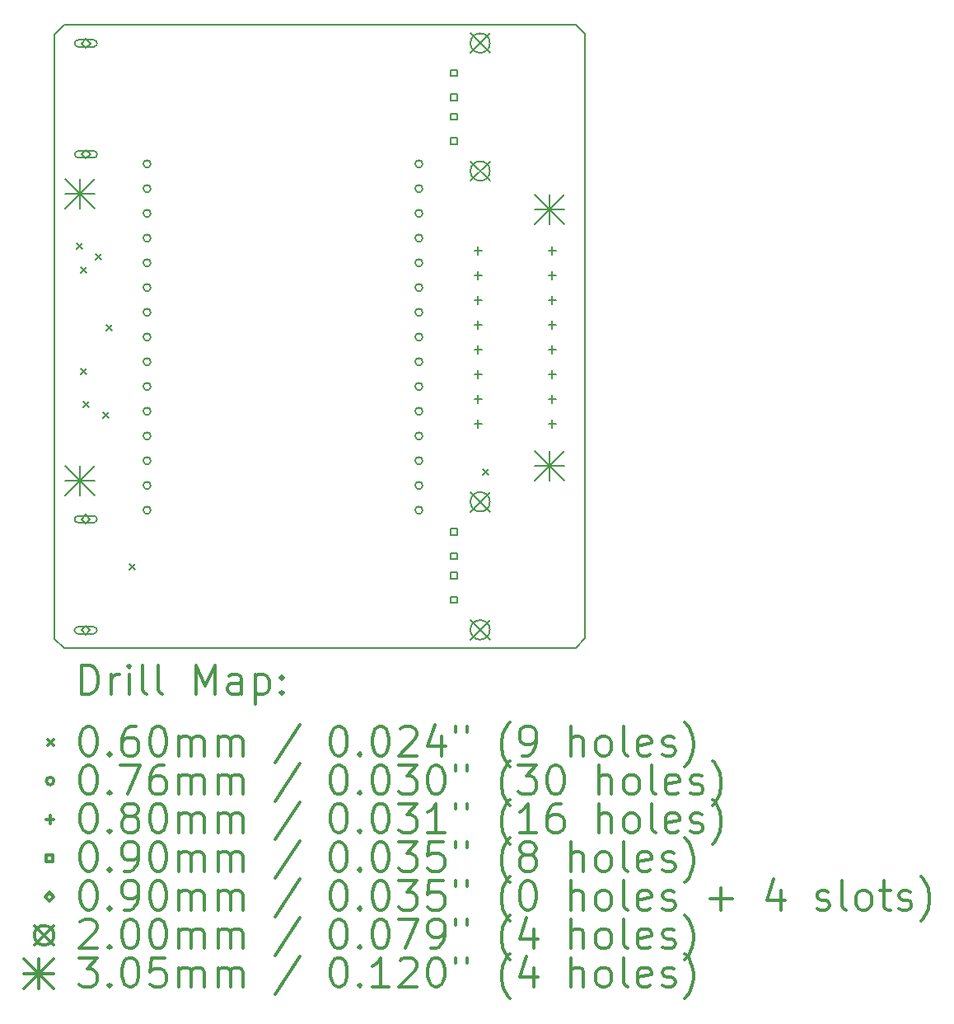
<source format=gbr>
%FSLAX45Y45*%
G04 Gerber Fmt 4.5, Leading zero omitted, Abs format (unit mm)*
G04 Created by KiCad (PCBNEW (5.0.1)-4) date 13/12/2018 19:21:13*
%MOMM*%
%LPD*%
G01*
G04 APERTURE LIST*
%ADD10C,0.150000*%
%ADD11C,0.200000*%
%ADD12C,0.300000*%
G04 APERTURE END LIST*
D10*
X11479530Y-13035280D02*
X11379200Y-12936220D01*
X16738600Y-13032740D02*
X16830040Y-12933680D01*
X16831310Y-6723380D02*
X16733520Y-6631940D01*
X11379200Y-6731000D02*
X11476990Y-6631940D01*
X11379200Y-12936220D02*
X11379200Y-6732270D01*
X16831310Y-6725920D02*
X16830040Y-12933680D01*
X11476990Y-6631940D02*
X16733520Y-6631940D01*
X11479530Y-13035280D02*
X16737330Y-13032740D01*
D11*
X11605690Y-8874700D02*
X11665690Y-8934700D01*
X11665690Y-8874700D02*
X11605690Y-8934700D01*
X11651500Y-9119590D02*
X11711500Y-9179590D01*
X11711500Y-9119590D02*
X11651500Y-9179590D01*
X11651500Y-10162970D02*
X11711500Y-10222970D01*
X11711500Y-10162970D02*
X11651500Y-10222970D01*
X11676900Y-10500340D02*
X11736900Y-10560340D01*
X11736900Y-10500340D02*
X11676900Y-10560340D01*
X11800340Y-8986040D02*
X11860340Y-9046040D01*
X11860340Y-8986040D02*
X11800340Y-9046040D01*
X11876750Y-10610220D02*
X11936750Y-10670220D01*
X11936750Y-10610220D02*
X11876750Y-10670220D01*
X11907750Y-9710810D02*
X11967750Y-9770810D01*
X11967750Y-9710810D02*
X11907750Y-9770810D01*
X12147200Y-12171060D02*
X12207200Y-12231060D01*
X12207200Y-12171060D02*
X12147200Y-12231060D01*
X15776860Y-11195630D02*
X15836860Y-11255630D01*
X15836860Y-11195630D02*
X15776860Y-11255630D01*
X12367300Y-8062000D02*
G75*
G03X12367300Y-8062000I-38100J0D01*
G01*
X12367300Y-8316000D02*
G75*
G03X12367300Y-8316000I-38100J0D01*
G01*
X12367300Y-8570000D02*
G75*
G03X12367300Y-8570000I-38100J0D01*
G01*
X12367300Y-8824000D02*
G75*
G03X12367300Y-8824000I-38100J0D01*
G01*
X12367300Y-9078000D02*
G75*
G03X12367300Y-9078000I-38100J0D01*
G01*
X12367300Y-9332000D02*
G75*
G03X12367300Y-9332000I-38100J0D01*
G01*
X12367300Y-9586000D02*
G75*
G03X12367300Y-9586000I-38100J0D01*
G01*
X12367300Y-9840000D02*
G75*
G03X12367300Y-9840000I-38100J0D01*
G01*
X12367300Y-10094000D02*
G75*
G03X12367300Y-10094000I-38100J0D01*
G01*
X12367300Y-10348000D02*
G75*
G03X12367300Y-10348000I-38100J0D01*
G01*
X12367300Y-10602000D02*
G75*
G03X12367300Y-10602000I-38100J0D01*
G01*
X12367300Y-10856000D02*
G75*
G03X12367300Y-10856000I-38100J0D01*
G01*
X12367300Y-11110000D02*
G75*
G03X12367300Y-11110000I-38100J0D01*
G01*
X12367300Y-11364000D02*
G75*
G03X12367300Y-11364000I-38100J0D01*
G01*
X12367300Y-11618000D02*
G75*
G03X12367300Y-11618000I-38100J0D01*
G01*
X15161300Y-8062000D02*
G75*
G03X15161300Y-8062000I-38100J0D01*
G01*
X15161300Y-8316000D02*
G75*
G03X15161300Y-8316000I-38100J0D01*
G01*
X15161300Y-8570000D02*
G75*
G03X15161300Y-8570000I-38100J0D01*
G01*
X15161300Y-8824000D02*
G75*
G03X15161300Y-8824000I-38100J0D01*
G01*
X15161300Y-9078000D02*
G75*
G03X15161300Y-9078000I-38100J0D01*
G01*
X15161300Y-9332000D02*
G75*
G03X15161300Y-9332000I-38100J0D01*
G01*
X15161300Y-9586000D02*
G75*
G03X15161300Y-9586000I-38100J0D01*
G01*
X15161300Y-9840000D02*
G75*
G03X15161300Y-9840000I-38100J0D01*
G01*
X15161300Y-10094000D02*
G75*
G03X15161300Y-10094000I-38100J0D01*
G01*
X15161300Y-10348000D02*
G75*
G03X15161300Y-10348000I-38100J0D01*
G01*
X15161300Y-10602000D02*
G75*
G03X15161300Y-10602000I-38100J0D01*
G01*
X15161300Y-10856000D02*
G75*
G03X15161300Y-10856000I-38100J0D01*
G01*
X15161300Y-11110000D02*
G75*
G03X15161300Y-11110000I-38100J0D01*
G01*
X15161300Y-11364000D02*
G75*
G03X15161300Y-11364000I-38100J0D01*
G01*
X15161300Y-11618000D02*
G75*
G03X15161300Y-11618000I-38100J0D01*
G01*
X15732800Y-8910960D02*
X15732800Y-8990960D01*
X15692800Y-8950960D02*
X15772800Y-8950960D01*
X15732800Y-9164960D02*
X15732800Y-9244960D01*
X15692800Y-9204960D02*
X15772800Y-9204960D01*
X15732800Y-9418960D02*
X15732800Y-9498960D01*
X15692800Y-9458960D02*
X15772800Y-9458960D01*
X15732800Y-9672960D02*
X15732800Y-9752960D01*
X15692800Y-9712960D02*
X15772800Y-9712960D01*
X15732800Y-9926960D02*
X15732800Y-10006960D01*
X15692800Y-9966960D02*
X15772800Y-9966960D01*
X15732800Y-10180960D02*
X15732800Y-10260960D01*
X15692800Y-10220960D02*
X15772800Y-10220960D01*
X15732800Y-10434960D02*
X15732800Y-10514960D01*
X15692800Y-10474960D02*
X15772800Y-10474960D01*
X15732800Y-10688960D02*
X15732800Y-10768960D01*
X15692800Y-10728960D02*
X15772800Y-10728960D01*
X16494800Y-8910960D02*
X16494800Y-8990960D01*
X16454800Y-8950960D02*
X16534800Y-8950960D01*
X16494800Y-9164960D02*
X16494800Y-9244960D01*
X16454800Y-9204960D02*
X16534800Y-9204960D01*
X16494800Y-9418960D02*
X16494800Y-9498960D01*
X16454800Y-9458960D02*
X16534800Y-9458960D01*
X16494800Y-9672960D02*
X16494800Y-9752960D01*
X16454800Y-9712960D02*
X16534800Y-9712960D01*
X16494800Y-9926960D02*
X16494800Y-10006960D01*
X16454800Y-9966960D02*
X16534800Y-9966960D01*
X16494800Y-10180960D02*
X16494800Y-10260960D01*
X16454800Y-10220960D02*
X16534800Y-10220960D01*
X16494800Y-10434960D02*
X16494800Y-10514960D01*
X16454800Y-10474960D02*
X16534800Y-10474960D01*
X16494800Y-10688960D02*
X16494800Y-10768960D01*
X16454800Y-10728960D02*
X16534800Y-10728960D01*
X15513558Y-11871278D02*
X15513558Y-11807698D01*
X15449978Y-11807698D01*
X15449978Y-11871278D01*
X15513558Y-11871278D01*
X15513558Y-12121214D02*
X15513558Y-12057634D01*
X15449978Y-12057634D01*
X15449978Y-12121214D01*
X15513558Y-12121214D01*
X15513558Y-12321366D02*
X15513558Y-12257786D01*
X15449978Y-12257786D01*
X15449978Y-12321366D01*
X15513558Y-12321366D01*
X15513558Y-12571302D02*
X15513558Y-12507722D01*
X15449978Y-12507722D01*
X15449978Y-12571302D01*
X15513558Y-12571302D01*
X15513558Y-7159538D02*
X15513558Y-7095958D01*
X15449978Y-7095958D01*
X15449978Y-7159538D01*
X15513558Y-7159538D01*
X15513558Y-7409474D02*
X15513558Y-7345894D01*
X15449978Y-7345894D01*
X15449978Y-7409474D01*
X15513558Y-7409474D01*
X15513558Y-7609626D02*
X15513558Y-7546046D01*
X15449978Y-7546046D01*
X15449978Y-7609626D01*
X15513558Y-7609626D01*
X15513558Y-7859562D02*
X15513558Y-7795982D01*
X15449978Y-7795982D01*
X15449978Y-7859562D01*
X15513558Y-7859562D01*
X11699400Y-11755900D02*
X11744400Y-11710900D01*
X11699400Y-11665900D01*
X11654400Y-11710900D01*
X11699400Y-11755900D01*
X11779400Y-11675900D02*
X11619400Y-11675900D01*
X11779400Y-11745900D02*
X11619400Y-11745900D01*
X11619400Y-11675900D02*
G75*
G03X11619400Y-11745900I0J-35000D01*
G01*
X11779400Y-11745900D02*
G75*
G03X11779400Y-11675900I0J35000D01*
G01*
X11699400Y-12895900D02*
X11744400Y-12850900D01*
X11699400Y-12805900D01*
X11654400Y-12850900D01*
X11699400Y-12895900D01*
X11779400Y-12815900D02*
X11619400Y-12815900D01*
X11779400Y-12885900D02*
X11619400Y-12885900D01*
X11619400Y-12815900D02*
G75*
G03X11619400Y-12885900I0J-35000D01*
G01*
X11779400Y-12885900D02*
G75*
G03X11779400Y-12815900I0J35000D01*
G01*
X11701400Y-6868430D02*
X11746400Y-6823430D01*
X11701400Y-6778430D01*
X11656400Y-6823430D01*
X11701400Y-6868430D01*
X11781400Y-6788430D02*
X11621400Y-6788430D01*
X11781400Y-6858430D02*
X11621400Y-6858430D01*
X11621400Y-6788430D02*
G75*
G03X11621400Y-6858430I0J-35000D01*
G01*
X11781400Y-6858430D02*
G75*
G03X11781400Y-6788430I0J35000D01*
G01*
X11701400Y-8008430D02*
X11746400Y-7963430D01*
X11701400Y-7918430D01*
X11656400Y-7963430D01*
X11701400Y-8008430D01*
X11781400Y-7928430D02*
X11621400Y-7928430D01*
X11781400Y-7998430D02*
X11621400Y-7998430D01*
X11621400Y-7928430D02*
G75*
G03X11621400Y-7998430I0J-35000D01*
G01*
X11781400Y-7998430D02*
G75*
G03X11781400Y-7928430I0J35000D01*
G01*
X15652837Y-11432453D02*
X15852735Y-11632351D01*
X15852735Y-11432453D02*
X15652837Y-11632351D01*
X15852735Y-11532402D02*
G75*
G03X15852735Y-11532402I-99949J0D01*
G01*
X15652837Y-12746649D02*
X15852735Y-12946547D01*
X15852735Y-12746649D02*
X15652837Y-12946547D01*
X15852735Y-12846598D02*
G75*
G03X15852735Y-12846598I-99949J0D01*
G01*
X15652837Y-6720713D02*
X15852735Y-6920611D01*
X15852735Y-6720713D02*
X15652837Y-6920611D01*
X15852735Y-6820662D02*
G75*
G03X15852735Y-6820662I-99949J0D01*
G01*
X15652837Y-8034909D02*
X15852735Y-8234807D01*
X15852735Y-8034909D02*
X15652837Y-8234807D01*
X15852735Y-8134858D02*
G75*
G03X15852735Y-8134858I-99949J0D01*
G01*
X11491000Y-11160800D02*
X11795800Y-11465600D01*
X11795800Y-11160800D02*
X11491000Y-11465600D01*
X11643400Y-11160800D02*
X11643400Y-11465600D01*
X11491000Y-11313200D02*
X11795800Y-11313200D01*
X16317000Y-11008400D02*
X16621800Y-11313200D01*
X16621800Y-11008400D02*
X16317000Y-11313200D01*
X16469400Y-11008400D02*
X16469400Y-11313200D01*
X16317000Y-11160800D02*
X16621800Y-11160800D01*
X11491000Y-8214360D02*
X11795800Y-8519160D01*
X11795800Y-8214360D02*
X11491000Y-8519160D01*
X11643400Y-8214360D02*
X11643400Y-8519160D01*
X11491000Y-8366760D02*
X11795800Y-8366760D01*
X16317000Y-8376920D02*
X16621800Y-8681720D01*
X16621800Y-8376920D02*
X16317000Y-8681720D01*
X16469400Y-8376920D02*
X16469400Y-8681720D01*
X16317000Y-8529320D02*
X16621800Y-8529320D01*
D12*
X11658128Y-13508494D02*
X11658128Y-13208494D01*
X11729557Y-13208494D01*
X11772414Y-13222780D01*
X11800986Y-13251351D01*
X11815271Y-13279923D01*
X11829557Y-13337066D01*
X11829557Y-13379923D01*
X11815271Y-13437066D01*
X11800986Y-13465637D01*
X11772414Y-13494209D01*
X11729557Y-13508494D01*
X11658128Y-13508494D01*
X11958128Y-13508494D02*
X11958128Y-13308494D01*
X11958128Y-13365637D02*
X11972414Y-13337066D01*
X11986700Y-13322780D01*
X12015271Y-13308494D01*
X12043843Y-13308494D01*
X12143843Y-13508494D02*
X12143843Y-13308494D01*
X12143843Y-13208494D02*
X12129557Y-13222780D01*
X12143843Y-13237066D01*
X12158128Y-13222780D01*
X12143843Y-13208494D01*
X12143843Y-13237066D01*
X12329557Y-13508494D02*
X12300986Y-13494209D01*
X12286700Y-13465637D01*
X12286700Y-13208494D01*
X12486700Y-13508494D02*
X12458128Y-13494209D01*
X12443843Y-13465637D01*
X12443843Y-13208494D01*
X12829557Y-13508494D02*
X12829557Y-13208494D01*
X12929557Y-13422780D01*
X13029557Y-13208494D01*
X13029557Y-13508494D01*
X13300986Y-13508494D02*
X13300986Y-13351351D01*
X13286700Y-13322780D01*
X13258128Y-13308494D01*
X13200986Y-13308494D01*
X13172414Y-13322780D01*
X13300986Y-13494209D02*
X13272414Y-13508494D01*
X13200986Y-13508494D01*
X13172414Y-13494209D01*
X13158128Y-13465637D01*
X13158128Y-13437066D01*
X13172414Y-13408494D01*
X13200986Y-13394209D01*
X13272414Y-13394209D01*
X13300986Y-13379923D01*
X13443843Y-13308494D02*
X13443843Y-13608494D01*
X13443843Y-13322780D02*
X13472414Y-13308494D01*
X13529557Y-13308494D01*
X13558128Y-13322780D01*
X13572414Y-13337066D01*
X13586700Y-13365637D01*
X13586700Y-13451351D01*
X13572414Y-13479923D01*
X13558128Y-13494209D01*
X13529557Y-13508494D01*
X13472414Y-13508494D01*
X13443843Y-13494209D01*
X13715271Y-13479923D02*
X13729557Y-13494209D01*
X13715271Y-13508494D01*
X13700986Y-13494209D01*
X13715271Y-13479923D01*
X13715271Y-13508494D01*
X13715271Y-13322780D02*
X13729557Y-13337066D01*
X13715271Y-13351351D01*
X13700986Y-13337066D01*
X13715271Y-13322780D01*
X13715271Y-13351351D01*
X11311700Y-13972780D02*
X11371700Y-14032780D01*
X11371700Y-13972780D02*
X11311700Y-14032780D01*
X11715271Y-13838494D02*
X11743843Y-13838494D01*
X11772414Y-13852780D01*
X11786700Y-13867066D01*
X11800986Y-13895637D01*
X11815271Y-13952780D01*
X11815271Y-14024209D01*
X11800986Y-14081351D01*
X11786700Y-14109923D01*
X11772414Y-14124209D01*
X11743843Y-14138494D01*
X11715271Y-14138494D01*
X11686700Y-14124209D01*
X11672414Y-14109923D01*
X11658128Y-14081351D01*
X11643843Y-14024209D01*
X11643843Y-13952780D01*
X11658128Y-13895637D01*
X11672414Y-13867066D01*
X11686700Y-13852780D01*
X11715271Y-13838494D01*
X11943843Y-14109923D02*
X11958128Y-14124209D01*
X11943843Y-14138494D01*
X11929557Y-14124209D01*
X11943843Y-14109923D01*
X11943843Y-14138494D01*
X12215271Y-13838494D02*
X12158128Y-13838494D01*
X12129557Y-13852780D01*
X12115271Y-13867066D01*
X12086700Y-13909923D01*
X12072414Y-13967066D01*
X12072414Y-14081351D01*
X12086700Y-14109923D01*
X12100986Y-14124209D01*
X12129557Y-14138494D01*
X12186700Y-14138494D01*
X12215271Y-14124209D01*
X12229557Y-14109923D01*
X12243843Y-14081351D01*
X12243843Y-14009923D01*
X12229557Y-13981351D01*
X12215271Y-13967066D01*
X12186700Y-13952780D01*
X12129557Y-13952780D01*
X12100986Y-13967066D01*
X12086700Y-13981351D01*
X12072414Y-14009923D01*
X12429557Y-13838494D02*
X12458128Y-13838494D01*
X12486700Y-13852780D01*
X12500986Y-13867066D01*
X12515271Y-13895637D01*
X12529557Y-13952780D01*
X12529557Y-14024209D01*
X12515271Y-14081351D01*
X12500986Y-14109923D01*
X12486700Y-14124209D01*
X12458128Y-14138494D01*
X12429557Y-14138494D01*
X12400986Y-14124209D01*
X12386700Y-14109923D01*
X12372414Y-14081351D01*
X12358128Y-14024209D01*
X12358128Y-13952780D01*
X12372414Y-13895637D01*
X12386700Y-13867066D01*
X12400986Y-13852780D01*
X12429557Y-13838494D01*
X12658128Y-14138494D02*
X12658128Y-13938494D01*
X12658128Y-13967066D02*
X12672414Y-13952780D01*
X12700986Y-13938494D01*
X12743843Y-13938494D01*
X12772414Y-13952780D01*
X12786700Y-13981351D01*
X12786700Y-14138494D01*
X12786700Y-13981351D02*
X12800986Y-13952780D01*
X12829557Y-13938494D01*
X12872414Y-13938494D01*
X12900986Y-13952780D01*
X12915271Y-13981351D01*
X12915271Y-14138494D01*
X13058128Y-14138494D02*
X13058128Y-13938494D01*
X13058128Y-13967066D02*
X13072414Y-13952780D01*
X13100986Y-13938494D01*
X13143843Y-13938494D01*
X13172414Y-13952780D01*
X13186700Y-13981351D01*
X13186700Y-14138494D01*
X13186700Y-13981351D02*
X13200986Y-13952780D01*
X13229557Y-13938494D01*
X13272414Y-13938494D01*
X13300986Y-13952780D01*
X13315271Y-13981351D01*
X13315271Y-14138494D01*
X13900986Y-13824209D02*
X13643843Y-14209923D01*
X14286700Y-13838494D02*
X14315271Y-13838494D01*
X14343843Y-13852780D01*
X14358128Y-13867066D01*
X14372414Y-13895637D01*
X14386700Y-13952780D01*
X14386700Y-14024209D01*
X14372414Y-14081351D01*
X14358128Y-14109923D01*
X14343843Y-14124209D01*
X14315271Y-14138494D01*
X14286700Y-14138494D01*
X14258128Y-14124209D01*
X14243843Y-14109923D01*
X14229557Y-14081351D01*
X14215271Y-14024209D01*
X14215271Y-13952780D01*
X14229557Y-13895637D01*
X14243843Y-13867066D01*
X14258128Y-13852780D01*
X14286700Y-13838494D01*
X14515271Y-14109923D02*
X14529557Y-14124209D01*
X14515271Y-14138494D01*
X14500986Y-14124209D01*
X14515271Y-14109923D01*
X14515271Y-14138494D01*
X14715271Y-13838494D02*
X14743843Y-13838494D01*
X14772414Y-13852780D01*
X14786700Y-13867066D01*
X14800986Y-13895637D01*
X14815271Y-13952780D01*
X14815271Y-14024209D01*
X14800986Y-14081351D01*
X14786700Y-14109923D01*
X14772414Y-14124209D01*
X14743843Y-14138494D01*
X14715271Y-14138494D01*
X14686700Y-14124209D01*
X14672414Y-14109923D01*
X14658128Y-14081351D01*
X14643843Y-14024209D01*
X14643843Y-13952780D01*
X14658128Y-13895637D01*
X14672414Y-13867066D01*
X14686700Y-13852780D01*
X14715271Y-13838494D01*
X14929557Y-13867066D02*
X14943843Y-13852780D01*
X14972414Y-13838494D01*
X15043843Y-13838494D01*
X15072414Y-13852780D01*
X15086700Y-13867066D01*
X15100986Y-13895637D01*
X15100986Y-13924209D01*
X15086700Y-13967066D01*
X14915271Y-14138494D01*
X15100986Y-14138494D01*
X15358128Y-13938494D02*
X15358128Y-14138494D01*
X15286700Y-13824209D02*
X15215271Y-14038494D01*
X15400986Y-14038494D01*
X15500986Y-13838494D02*
X15500986Y-13895637D01*
X15615271Y-13838494D02*
X15615271Y-13895637D01*
X16058128Y-14252780D02*
X16043843Y-14238494D01*
X16015271Y-14195637D01*
X16000986Y-14167066D01*
X15986700Y-14124209D01*
X15972414Y-14052780D01*
X15972414Y-13995637D01*
X15986700Y-13924209D01*
X16000986Y-13881351D01*
X16015271Y-13852780D01*
X16043843Y-13809923D01*
X16058128Y-13795637D01*
X16186700Y-14138494D02*
X16243843Y-14138494D01*
X16272414Y-14124209D01*
X16286700Y-14109923D01*
X16315271Y-14067066D01*
X16329557Y-14009923D01*
X16329557Y-13895637D01*
X16315271Y-13867066D01*
X16300986Y-13852780D01*
X16272414Y-13838494D01*
X16215271Y-13838494D01*
X16186700Y-13852780D01*
X16172414Y-13867066D01*
X16158128Y-13895637D01*
X16158128Y-13967066D01*
X16172414Y-13995637D01*
X16186700Y-14009923D01*
X16215271Y-14024209D01*
X16272414Y-14024209D01*
X16300986Y-14009923D01*
X16315271Y-13995637D01*
X16329557Y-13967066D01*
X16686700Y-14138494D02*
X16686700Y-13838494D01*
X16815271Y-14138494D02*
X16815271Y-13981351D01*
X16800986Y-13952780D01*
X16772414Y-13938494D01*
X16729557Y-13938494D01*
X16700986Y-13952780D01*
X16686700Y-13967066D01*
X17000986Y-14138494D02*
X16972414Y-14124209D01*
X16958128Y-14109923D01*
X16943843Y-14081351D01*
X16943843Y-13995637D01*
X16958128Y-13967066D01*
X16972414Y-13952780D01*
X17000986Y-13938494D01*
X17043843Y-13938494D01*
X17072414Y-13952780D01*
X17086700Y-13967066D01*
X17100986Y-13995637D01*
X17100986Y-14081351D01*
X17086700Y-14109923D01*
X17072414Y-14124209D01*
X17043843Y-14138494D01*
X17000986Y-14138494D01*
X17272414Y-14138494D02*
X17243843Y-14124209D01*
X17229557Y-14095637D01*
X17229557Y-13838494D01*
X17500986Y-14124209D02*
X17472414Y-14138494D01*
X17415271Y-14138494D01*
X17386700Y-14124209D01*
X17372414Y-14095637D01*
X17372414Y-13981351D01*
X17386700Y-13952780D01*
X17415271Y-13938494D01*
X17472414Y-13938494D01*
X17500986Y-13952780D01*
X17515271Y-13981351D01*
X17515271Y-14009923D01*
X17372414Y-14038494D01*
X17629557Y-14124209D02*
X17658128Y-14138494D01*
X17715271Y-14138494D01*
X17743843Y-14124209D01*
X17758128Y-14095637D01*
X17758128Y-14081351D01*
X17743843Y-14052780D01*
X17715271Y-14038494D01*
X17672414Y-14038494D01*
X17643843Y-14024209D01*
X17629557Y-13995637D01*
X17629557Y-13981351D01*
X17643843Y-13952780D01*
X17672414Y-13938494D01*
X17715271Y-13938494D01*
X17743843Y-13952780D01*
X17858128Y-14252780D02*
X17872414Y-14238494D01*
X17900986Y-14195637D01*
X17915271Y-14167066D01*
X17929557Y-14124209D01*
X17943843Y-14052780D01*
X17943843Y-13995637D01*
X17929557Y-13924209D01*
X17915271Y-13881351D01*
X17900986Y-13852780D01*
X17872414Y-13809923D01*
X17858128Y-13795637D01*
X11371700Y-14398780D02*
G75*
G03X11371700Y-14398780I-38100J0D01*
G01*
X11715271Y-14234494D02*
X11743843Y-14234494D01*
X11772414Y-14248780D01*
X11786700Y-14263066D01*
X11800986Y-14291637D01*
X11815271Y-14348780D01*
X11815271Y-14420209D01*
X11800986Y-14477351D01*
X11786700Y-14505923D01*
X11772414Y-14520209D01*
X11743843Y-14534494D01*
X11715271Y-14534494D01*
X11686700Y-14520209D01*
X11672414Y-14505923D01*
X11658128Y-14477351D01*
X11643843Y-14420209D01*
X11643843Y-14348780D01*
X11658128Y-14291637D01*
X11672414Y-14263066D01*
X11686700Y-14248780D01*
X11715271Y-14234494D01*
X11943843Y-14505923D02*
X11958128Y-14520209D01*
X11943843Y-14534494D01*
X11929557Y-14520209D01*
X11943843Y-14505923D01*
X11943843Y-14534494D01*
X12058128Y-14234494D02*
X12258128Y-14234494D01*
X12129557Y-14534494D01*
X12500986Y-14234494D02*
X12443843Y-14234494D01*
X12415271Y-14248780D01*
X12400986Y-14263066D01*
X12372414Y-14305923D01*
X12358128Y-14363066D01*
X12358128Y-14477351D01*
X12372414Y-14505923D01*
X12386700Y-14520209D01*
X12415271Y-14534494D01*
X12472414Y-14534494D01*
X12500986Y-14520209D01*
X12515271Y-14505923D01*
X12529557Y-14477351D01*
X12529557Y-14405923D01*
X12515271Y-14377351D01*
X12500986Y-14363066D01*
X12472414Y-14348780D01*
X12415271Y-14348780D01*
X12386700Y-14363066D01*
X12372414Y-14377351D01*
X12358128Y-14405923D01*
X12658128Y-14534494D02*
X12658128Y-14334494D01*
X12658128Y-14363066D02*
X12672414Y-14348780D01*
X12700986Y-14334494D01*
X12743843Y-14334494D01*
X12772414Y-14348780D01*
X12786700Y-14377351D01*
X12786700Y-14534494D01*
X12786700Y-14377351D02*
X12800986Y-14348780D01*
X12829557Y-14334494D01*
X12872414Y-14334494D01*
X12900986Y-14348780D01*
X12915271Y-14377351D01*
X12915271Y-14534494D01*
X13058128Y-14534494D02*
X13058128Y-14334494D01*
X13058128Y-14363066D02*
X13072414Y-14348780D01*
X13100986Y-14334494D01*
X13143843Y-14334494D01*
X13172414Y-14348780D01*
X13186700Y-14377351D01*
X13186700Y-14534494D01*
X13186700Y-14377351D02*
X13200986Y-14348780D01*
X13229557Y-14334494D01*
X13272414Y-14334494D01*
X13300986Y-14348780D01*
X13315271Y-14377351D01*
X13315271Y-14534494D01*
X13900986Y-14220209D02*
X13643843Y-14605923D01*
X14286700Y-14234494D02*
X14315271Y-14234494D01*
X14343843Y-14248780D01*
X14358128Y-14263066D01*
X14372414Y-14291637D01*
X14386700Y-14348780D01*
X14386700Y-14420209D01*
X14372414Y-14477351D01*
X14358128Y-14505923D01*
X14343843Y-14520209D01*
X14315271Y-14534494D01*
X14286700Y-14534494D01*
X14258128Y-14520209D01*
X14243843Y-14505923D01*
X14229557Y-14477351D01*
X14215271Y-14420209D01*
X14215271Y-14348780D01*
X14229557Y-14291637D01*
X14243843Y-14263066D01*
X14258128Y-14248780D01*
X14286700Y-14234494D01*
X14515271Y-14505923D02*
X14529557Y-14520209D01*
X14515271Y-14534494D01*
X14500986Y-14520209D01*
X14515271Y-14505923D01*
X14515271Y-14534494D01*
X14715271Y-14234494D02*
X14743843Y-14234494D01*
X14772414Y-14248780D01*
X14786700Y-14263066D01*
X14800986Y-14291637D01*
X14815271Y-14348780D01*
X14815271Y-14420209D01*
X14800986Y-14477351D01*
X14786700Y-14505923D01*
X14772414Y-14520209D01*
X14743843Y-14534494D01*
X14715271Y-14534494D01*
X14686700Y-14520209D01*
X14672414Y-14505923D01*
X14658128Y-14477351D01*
X14643843Y-14420209D01*
X14643843Y-14348780D01*
X14658128Y-14291637D01*
X14672414Y-14263066D01*
X14686700Y-14248780D01*
X14715271Y-14234494D01*
X14915271Y-14234494D02*
X15100986Y-14234494D01*
X15000986Y-14348780D01*
X15043843Y-14348780D01*
X15072414Y-14363066D01*
X15086700Y-14377351D01*
X15100986Y-14405923D01*
X15100986Y-14477351D01*
X15086700Y-14505923D01*
X15072414Y-14520209D01*
X15043843Y-14534494D01*
X14958128Y-14534494D01*
X14929557Y-14520209D01*
X14915271Y-14505923D01*
X15286700Y-14234494D02*
X15315271Y-14234494D01*
X15343843Y-14248780D01*
X15358128Y-14263066D01*
X15372414Y-14291637D01*
X15386700Y-14348780D01*
X15386700Y-14420209D01*
X15372414Y-14477351D01*
X15358128Y-14505923D01*
X15343843Y-14520209D01*
X15315271Y-14534494D01*
X15286700Y-14534494D01*
X15258128Y-14520209D01*
X15243843Y-14505923D01*
X15229557Y-14477351D01*
X15215271Y-14420209D01*
X15215271Y-14348780D01*
X15229557Y-14291637D01*
X15243843Y-14263066D01*
X15258128Y-14248780D01*
X15286700Y-14234494D01*
X15500986Y-14234494D02*
X15500986Y-14291637D01*
X15615271Y-14234494D02*
X15615271Y-14291637D01*
X16058128Y-14648780D02*
X16043843Y-14634494D01*
X16015271Y-14591637D01*
X16000986Y-14563066D01*
X15986700Y-14520209D01*
X15972414Y-14448780D01*
X15972414Y-14391637D01*
X15986700Y-14320209D01*
X16000986Y-14277351D01*
X16015271Y-14248780D01*
X16043843Y-14205923D01*
X16058128Y-14191637D01*
X16143843Y-14234494D02*
X16329557Y-14234494D01*
X16229557Y-14348780D01*
X16272414Y-14348780D01*
X16300986Y-14363066D01*
X16315271Y-14377351D01*
X16329557Y-14405923D01*
X16329557Y-14477351D01*
X16315271Y-14505923D01*
X16300986Y-14520209D01*
X16272414Y-14534494D01*
X16186700Y-14534494D01*
X16158128Y-14520209D01*
X16143843Y-14505923D01*
X16515271Y-14234494D02*
X16543843Y-14234494D01*
X16572414Y-14248780D01*
X16586700Y-14263066D01*
X16600986Y-14291637D01*
X16615271Y-14348780D01*
X16615271Y-14420209D01*
X16600986Y-14477351D01*
X16586700Y-14505923D01*
X16572414Y-14520209D01*
X16543843Y-14534494D01*
X16515271Y-14534494D01*
X16486700Y-14520209D01*
X16472414Y-14505923D01*
X16458128Y-14477351D01*
X16443843Y-14420209D01*
X16443843Y-14348780D01*
X16458128Y-14291637D01*
X16472414Y-14263066D01*
X16486700Y-14248780D01*
X16515271Y-14234494D01*
X16972414Y-14534494D02*
X16972414Y-14234494D01*
X17100986Y-14534494D02*
X17100986Y-14377351D01*
X17086700Y-14348780D01*
X17058128Y-14334494D01*
X17015271Y-14334494D01*
X16986700Y-14348780D01*
X16972414Y-14363066D01*
X17286700Y-14534494D02*
X17258128Y-14520209D01*
X17243843Y-14505923D01*
X17229557Y-14477351D01*
X17229557Y-14391637D01*
X17243843Y-14363066D01*
X17258128Y-14348780D01*
X17286700Y-14334494D01*
X17329557Y-14334494D01*
X17358128Y-14348780D01*
X17372414Y-14363066D01*
X17386700Y-14391637D01*
X17386700Y-14477351D01*
X17372414Y-14505923D01*
X17358128Y-14520209D01*
X17329557Y-14534494D01*
X17286700Y-14534494D01*
X17558128Y-14534494D02*
X17529557Y-14520209D01*
X17515271Y-14491637D01*
X17515271Y-14234494D01*
X17786700Y-14520209D02*
X17758128Y-14534494D01*
X17700986Y-14534494D01*
X17672414Y-14520209D01*
X17658128Y-14491637D01*
X17658128Y-14377351D01*
X17672414Y-14348780D01*
X17700986Y-14334494D01*
X17758128Y-14334494D01*
X17786700Y-14348780D01*
X17800986Y-14377351D01*
X17800986Y-14405923D01*
X17658128Y-14434494D01*
X17915271Y-14520209D02*
X17943843Y-14534494D01*
X18000986Y-14534494D01*
X18029557Y-14520209D01*
X18043843Y-14491637D01*
X18043843Y-14477351D01*
X18029557Y-14448780D01*
X18000986Y-14434494D01*
X17958128Y-14434494D01*
X17929557Y-14420209D01*
X17915271Y-14391637D01*
X17915271Y-14377351D01*
X17929557Y-14348780D01*
X17958128Y-14334494D01*
X18000986Y-14334494D01*
X18029557Y-14348780D01*
X18143843Y-14648780D02*
X18158128Y-14634494D01*
X18186700Y-14591637D01*
X18200986Y-14563066D01*
X18215271Y-14520209D01*
X18229557Y-14448780D01*
X18229557Y-14391637D01*
X18215271Y-14320209D01*
X18200986Y-14277351D01*
X18186700Y-14248780D01*
X18158128Y-14205923D01*
X18143843Y-14191637D01*
X11331700Y-14754780D02*
X11331700Y-14834780D01*
X11291700Y-14794780D02*
X11371700Y-14794780D01*
X11715271Y-14630494D02*
X11743843Y-14630494D01*
X11772414Y-14644780D01*
X11786700Y-14659066D01*
X11800986Y-14687637D01*
X11815271Y-14744780D01*
X11815271Y-14816209D01*
X11800986Y-14873351D01*
X11786700Y-14901923D01*
X11772414Y-14916209D01*
X11743843Y-14930494D01*
X11715271Y-14930494D01*
X11686700Y-14916209D01*
X11672414Y-14901923D01*
X11658128Y-14873351D01*
X11643843Y-14816209D01*
X11643843Y-14744780D01*
X11658128Y-14687637D01*
X11672414Y-14659066D01*
X11686700Y-14644780D01*
X11715271Y-14630494D01*
X11943843Y-14901923D02*
X11958128Y-14916209D01*
X11943843Y-14930494D01*
X11929557Y-14916209D01*
X11943843Y-14901923D01*
X11943843Y-14930494D01*
X12129557Y-14759066D02*
X12100986Y-14744780D01*
X12086700Y-14730494D01*
X12072414Y-14701923D01*
X12072414Y-14687637D01*
X12086700Y-14659066D01*
X12100986Y-14644780D01*
X12129557Y-14630494D01*
X12186700Y-14630494D01*
X12215271Y-14644780D01*
X12229557Y-14659066D01*
X12243843Y-14687637D01*
X12243843Y-14701923D01*
X12229557Y-14730494D01*
X12215271Y-14744780D01*
X12186700Y-14759066D01*
X12129557Y-14759066D01*
X12100986Y-14773351D01*
X12086700Y-14787637D01*
X12072414Y-14816209D01*
X12072414Y-14873351D01*
X12086700Y-14901923D01*
X12100986Y-14916209D01*
X12129557Y-14930494D01*
X12186700Y-14930494D01*
X12215271Y-14916209D01*
X12229557Y-14901923D01*
X12243843Y-14873351D01*
X12243843Y-14816209D01*
X12229557Y-14787637D01*
X12215271Y-14773351D01*
X12186700Y-14759066D01*
X12429557Y-14630494D02*
X12458128Y-14630494D01*
X12486700Y-14644780D01*
X12500986Y-14659066D01*
X12515271Y-14687637D01*
X12529557Y-14744780D01*
X12529557Y-14816209D01*
X12515271Y-14873351D01*
X12500986Y-14901923D01*
X12486700Y-14916209D01*
X12458128Y-14930494D01*
X12429557Y-14930494D01*
X12400986Y-14916209D01*
X12386700Y-14901923D01*
X12372414Y-14873351D01*
X12358128Y-14816209D01*
X12358128Y-14744780D01*
X12372414Y-14687637D01*
X12386700Y-14659066D01*
X12400986Y-14644780D01*
X12429557Y-14630494D01*
X12658128Y-14930494D02*
X12658128Y-14730494D01*
X12658128Y-14759066D02*
X12672414Y-14744780D01*
X12700986Y-14730494D01*
X12743843Y-14730494D01*
X12772414Y-14744780D01*
X12786700Y-14773351D01*
X12786700Y-14930494D01*
X12786700Y-14773351D02*
X12800986Y-14744780D01*
X12829557Y-14730494D01*
X12872414Y-14730494D01*
X12900986Y-14744780D01*
X12915271Y-14773351D01*
X12915271Y-14930494D01*
X13058128Y-14930494D02*
X13058128Y-14730494D01*
X13058128Y-14759066D02*
X13072414Y-14744780D01*
X13100986Y-14730494D01*
X13143843Y-14730494D01*
X13172414Y-14744780D01*
X13186700Y-14773351D01*
X13186700Y-14930494D01*
X13186700Y-14773351D02*
X13200986Y-14744780D01*
X13229557Y-14730494D01*
X13272414Y-14730494D01*
X13300986Y-14744780D01*
X13315271Y-14773351D01*
X13315271Y-14930494D01*
X13900986Y-14616209D02*
X13643843Y-15001923D01*
X14286700Y-14630494D02*
X14315271Y-14630494D01*
X14343843Y-14644780D01*
X14358128Y-14659066D01*
X14372414Y-14687637D01*
X14386700Y-14744780D01*
X14386700Y-14816209D01*
X14372414Y-14873351D01*
X14358128Y-14901923D01*
X14343843Y-14916209D01*
X14315271Y-14930494D01*
X14286700Y-14930494D01*
X14258128Y-14916209D01*
X14243843Y-14901923D01*
X14229557Y-14873351D01*
X14215271Y-14816209D01*
X14215271Y-14744780D01*
X14229557Y-14687637D01*
X14243843Y-14659066D01*
X14258128Y-14644780D01*
X14286700Y-14630494D01*
X14515271Y-14901923D02*
X14529557Y-14916209D01*
X14515271Y-14930494D01*
X14500986Y-14916209D01*
X14515271Y-14901923D01*
X14515271Y-14930494D01*
X14715271Y-14630494D02*
X14743843Y-14630494D01*
X14772414Y-14644780D01*
X14786700Y-14659066D01*
X14800986Y-14687637D01*
X14815271Y-14744780D01*
X14815271Y-14816209D01*
X14800986Y-14873351D01*
X14786700Y-14901923D01*
X14772414Y-14916209D01*
X14743843Y-14930494D01*
X14715271Y-14930494D01*
X14686700Y-14916209D01*
X14672414Y-14901923D01*
X14658128Y-14873351D01*
X14643843Y-14816209D01*
X14643843Y-14744780D01*
X14658128Y-14687637D01*
X14672414Y-14659066D01*
X14686700Y-14644780D01*
X14715271Y-14630494D01*
X14915271Y-14630494D02*
X15100986Y-14630494D01*
X15000986Y-14744780D01*
X15043843Y-14744780D01*
X15072414Y-14759066D01*
X15086700Y-14773351D01*
X15100986Y-14801923D01*
X15100986Y-14873351D01*
X15086700Y-14901923D01*
X15072414Y-14916209D01*
X15043843Y-14930494D01*
X14958128Y-14930494D01*
X14929557Y-14916209D01*
X14915271Y-14901923D01*
X15386700Y-14930494D02*
X15215271Y-14930494D01*
X15300986Y-14930494D02*
X15300986Y-14630494D01*
X15272414Y-14673351D01*
X15243843Y-14701923D01*
X15215271Y-14716209D01*
X15500986Y-14630494D02*
X15500986Y-14687637D01*
X15615271Y-14630494D02*
X15615271Y-14687637D01*
X16058128Y-15044780D02*
X16043843Y-15030494D01*
X16015271Y-14987637D01*
X16000986Y-14959066D01*
X15986700Y-14916209D01*
X15972414Y-14844780D01*
X15972414Y-14787637D01*
X15986700Y-14716209D01*
X16000986Y-14673351D01*
X16015271Y-14644780D01*
X16043843Y-14601923D01*
X16058128Y-14587637D01*
X16329557Y-14930494D02*
X16158128Y-14930494D01*
X16243843Y-14930494D02*
X16243843Y-14630494D01*
X16215271Y-14673351D01*
X16186700Y-14701923D01*
X16158128Y-14716209D01*
X16586700Y-14630494D02*
X16529557Y-14630494D01*
X16500986Y-14644780D01*
X16486700Y-14659066D01*
X16458128Y-14701923D01*
X16443843Y-14759066D01*
X16443843Y-14873351D01*
X16458128Y-14901923D01*
X16472414Y-14916209D01*
X16500986Y-14930494D01*
X16558128Y-14930494D01*
X16586700Y-14916209D01*
X16600986Y-14901923D01*
X16615271Y-14873351D01*
X16615271Y-14801923D01*
X16600986Y-14773351D01*
X16586700Y-14759066D01*
X16558128Y-14744780D01*
X16500986Y-14744780D01*
X16472414Y-14759066D01*
X16458128Y-14773351D01*
X16443843Y-14801923D01*
X16972414Y-14930494D02*
X16972414Y-14630494D01*
X17100986Y-14930494D02*
X17100986Y-14773351D01*
X17086700Y-14744780D01*
X17058128Y-14730494D01*
X17015271Y-14730494D01*
X16986700Y-14744780D01*
X16972414Y-14759066D01*
X17286700Y-14930494D02*
X17258128Y-14916209D01*
X17243843Y-14901923D01*
X17229557Y-14873351D01*
X17229557Y-14787637D01*
X17243843Y-14759066D01*
X17258128Y-14744780D01*
X17286700Y-14730494D01*
X17329557Y-14730494D01*
X17358128Y-14744780D01*
X17372414Y-14759066D01*
X17386700Y-14787637D01*
X17386700Y-14873351D01*
X17372414Y-14901923D01*
X17358128Y-14916209D01*
X17329557Y-14930494D01*
X17286700Y-14930494D01*
X17558128Y-14930494D02*
X17529557Y-14916209D01*
X17515271Y-14887637D01*
X17515271Y-14630494D01*
X17786700Y-14916209D02*
X17758128Y-14930494D01*
X17700986Y-14930494D01*
X17672414Y-14916209D01*
X17658128Y-14887637D01*
X17658128Y-14773351D01*
X17672414Y-14744780D01*
X17700986Y-14730494D01*
X17758128Y-14730494D01*
X17786700Y-14744780D01*
X17800986Y-14773351D01*
X17800986Y-14801923D01*
X17658128Y-14830494D01*
X17915271Y-14916209D02*
X17943843Y-14930494D01*
X18000986Y-14930494D01*
X18029557Y-14916209D01*
X18043843Y-14887637D01*
X18043843Y-14873351D01*
X18029557Y-14844780D01*
X18000986Y-14830494D01*
X17958128Y-14830494D01*
X17929557Y-14816209D01*
X17915271Y-14787637D01*
X17915271Y-14773351D01*
X17929557Y-14744780D01*
X17958128Y-14730494D01*
X18000986Y-14730494D01*
X18029557Y-14744780D01*
X18143843Y-15044780D02*
X18158128Y-15030494D01*
X18186700Y-14987637D01*
X18200986Y-14959066D01*
X18215271Y-14916209D01*
X18229557Y-14844780D01*
X18229557Y-14787637D01*
X18215271Y-14716209D01*
X18200986Y-14673351D01*
X18186700Y-14644780D01*
X18158128Y-14601923D01*
X18143843Y-14587637D01*
X11358532Y-15222570D02*
X11358532Y-15158990D01*
X11294951Y-15158990D01*
X11294951Y-15222570D01*
X11358532Y-15222570D01*
X11715271Y-15026494D02*
X11743843Y-15026494D01*
X11772414Y-15040780D01*
X11786700Y-15055066D01*
X11800986Y-15083637D01*
X11815271Y-15140780D01*
X11815271Y-15212209D01*
X11800986Y-15269351D01*
X11786700Y-15297923D01*
X11772414Y-15312209D01*
X11743843Y-15326494D01*
X11715271Y-15326494D01*
X11686700Y-15312209D01*
X11672414Y-15297923D01*
X11658128Y-15269351D01*
X11643843Y-15212209D01*
X11643843Y-15140780D01*
X11658128Y-15083637D01*
X11672414Y-15055066D01*
X11686700Y-15040780D01*
X11715271Y-15026494D01*
X11943843Y-15297923D02*
X11958128Y-15312209D01*
X11943843Y-15326494D01*
X11929557Y-15312209D01*
X11943843Y-15297923D01*
X11943843Y-15326494D01*
X12100986Y-15326494D02*
X12158128Y-15326494D01*
X12186700Y-15312209D01*
X12200986Y-15297923D01*
X12229557Y-15255066D01*
X12243843Y-15197923D01*
X12243843Y-15083637D01*
X12229557Y-15055066D01*
X12215271Y-15040780D01*
X12186700Y-15026494D01*
X12129557Y-15026494D01*
X12100986Y-15040780D01*
X12086700Y-15055066D01*
X12072414Y-15083637D01*
X12072414Y-15155066D01*
X12086700Y-15183637D01*
X12100986Y-15197923D01*
X12129557Y-15212209D01*
X12186700Y-15212209D01*
X12215271Y-15197923D01*
X12229557Y-15183637D01*
X12243843Y-15155066D01*
X12429557Y-15026494D02*
X12458128Y-15026494D01*
X12486700Y-15040780D01*
X12500986Y-15055066D01*
X12515271Y-15083637D01*
X12529557Y-15140780D01*
X12529557Y-15212209D01*
X12515271Y-15269351D01*
X12500986Y-15297923D01*
X12486700Y-15312209D01*
X12458128Y-15326494D01*
X12429557Y-15326494D01*
X12400986Y-15312209D01*
X12386700Y-15297923D01*
X12372414Y-15269351D01*
X12358128Y-15212209D01*
X12358128Y-15140780D01*
X12372414Y-15083637D01*
X12386700Y-15055066D01*
X12400986Y-15040780D01*
X12429557Y-15026494D01*
X12658128Y-15326494D02*
X12658128Y-15126494D01*
X12658128Y-15155066D02*
X12672414Y-15140780D01*
X12700986Y-15126494D01*
X12743843Y-15126494D01*
X12772414Y-15140780D01*
X12786700Y-15169351D01*
X12786700Y-15326494D01*
X12786700Y-15169351D02*
X12800986Y-15140780D01*
X12829557Y-15126494D01*
X12872414Y-15126494D01*
X12900986Y-15140780D01*
X12915271Y-15169351D01*
X12915271Y-15326494D01*
X13058128Y-15326494D02*
X13058128Y-15126494D01*
X13058128Y-15155066D02*
X13072414Y-15140780D01*
X13100986Y-15126494D01*
X13143843Y-15126494D01*
X13172414Y-15140780D01*
X13186700Y-15169351D01*
X13186700Y-15326494D01*
X13186700Y-15169351D02*
X13200986Y-15140780D01*
X13229557Y-15126494D01*
X13272414Y-15126494D01*
X13300986Y-15140780D01*
X13315271Y-15169351D01*
X13315271Y-15326494D01*
X13900986Y-15012209D02*
X13643843Y-15397923D01*
X14286700Y-15026494D02*
X14315271Y-15026494D01*
X14343843Y-15040780D01*
X14358128Y-15055066D01*
X14372414Y-15083637D01*
X14386700Y-15140780D01*
X14386700Y-15212209D01*
X14372414Y-15269351D01*
X14358128Y-15297923D01*
X14343843Y-15312209D01*
X14315271Y-15326494D01*
X14286700Y-15326494D01*
X14258128Y-15312209D01*
X14243843Y-15297923D01*
X14229557Y-15269351D01*
X14215271Y-15212209D01*
X14215271Y-15140780D01*
X14229557Y-15083637D01*
X14243843Y-15055066D01*
X14258128Y-15040780D01*
X14286700Y-15026494D01*
X14515271Y-15297923D02*
X14529557Y-15312209D01*
X14515271Y-15326494D01*
X14500986Y-15312209D01*
X14515271Y-15297923D01*
X14515271Y-15326494D01*
X14715271Y-15026494D02*
X14743843Y-15026494D01*
X14772414Y-15040780D01*
X14786700Y-15055066D01*
X14800986Y-15083637D01*
X14815271Y-15140780D01*
X14815271Y-15212209D01*
X14800986Y-15269351D01*
X14786700Y-15297923D01*
X14772414Y-15312209D01*
X14743843Y-15326494D01*
X14715271Y-15326494D01*
X14686700Y-15312209D01*
X14672414Y-15297923D01*
X14658128Y-15269351D01*
X14643843Y-15212209D01*
X14643843Y-15140780D01*
X14658128Y-15083637D01*
X14672414Y-15055066D01*
X14686700Y-15040780D01*
X14715271Y-15026494D01*
X14915271Y-15026494D02*
X15100986Y-15026494D01*
X15000986Y-15140780D01*
X15043843Y-15140780D01*
X15072414Y-15155066D01*
X15086700Y-15169351D01*
X15100986Y-15197923D01*
X15100986Y-15269351D01*
X15086700Y-15297923D01*
X15072414Y-15312209D01*
X15043843Y-15326494D01*
X14958128Y-15326494D01*
X14929557Y-15312209D01*
X14915271Y-15297923D01*
X15372414Y-15026494D02*
X15229557Y-15026494D01*
X15215271Y-15169351D01*
X15229557Y-15155066D01*
X15258128Y-15140780D01*
X15329557Y-15140780D01*
X15358128Y-15155066D01*
X15372414Y-15169351D01*
X15386700Y-15197923D01*
X15386700Y-15269351D01*
X15372414Y-15297923D01*
X15358128Y-15312209D01*
X15329557Y-15326494D01*
X15258128Y-15326494D01*
X15229557Y-15312209D01*
X15215271Y-15297923D01*
X15500986Y-15026494D02*
X15500986Y-15083637D01*
X15615271Y-15026494D02*
X15615271Y-15083637D01*
X16058128Y-15440780D02*
X16043843Y-15426494D01*
X16015271Y-15383637D01*
X16000986Y-15355066D01*
X15986700Y-15312209D01*
X15972414Y-15240780D01*
X15972414Y-15183637D01*
X15986700Y-15112209D01*
X16000986Y-15069351D01*
X16015271Y-15040780D01*
X16043843Y-14997923D01*
X16058128Y-14983637D01*
X16215271Y-15155066D02*
X16186700Y-15140780D01*
X16172414Y-15126494D01*
X16158128Y-15097923D01*
X16158128Y-15083637D01*
X16172414Y-15055066D01*
X16186700Y-15040780D01*
X16215271Y-15026494D01*
X16272414Y-15026494D01*
X16300986Y-15040780D01*
X16315271Y-15055066D01*
X16329557Y-15083637D01*
X16329557Y-15097923D01*
X16315271Y-15126494D01*
X16300986Y-15140780D01*
X16272414Y-15155066D01*
X16215271Y-15155066D01*
X16186700Y-15169351D01*
X16172414Y-15183637D01*
X16158128Y-15212209D01*
X16158128Y-15269351D01*
X16172414Y-15297923D01*
X16186700Y-15312209D01*
X16215271Y-15326494D01*
X16272414Y-15326494D01*
X16300986Y-15312209D01*
X16315271Y-15297923D01*
X16329557Y-15269351D01*
X16329557Y-15212209D01*
X16315271Y-15183637D01*
X16300986Y-15169351D01*
X16272414Y-15155066D01*
X16686700Y-15326494D02*
X16686700Y-15026494D01*
X16815271Y-15326494D02*
X16815271Y-15169351D01*
X16800986Y-15140780D01*
X16772414Y-15126494D01*
X16729557Y-15126494D01*
X16700986Y-15140780D01*
X16686700Y-15155066D01*
X17000986Y-15326494D02*
X16972414Y-15312209D01*
X16958128Y-15297923D01*
X16943843Y-15269351D01*
X16943843Y-15183637D01*
X16958128Y-15155066D01*
X16972414Y-15140780D01*
X17000986Y-15126494D01*
X17043843Y-15126494D01*
X17072414Y-15140780D01*
X17086700Y-15155066D01*
X17100986Y-15183637D01*
X17100986Y-15269351D01*
X17086700Y-15297923D01*
X17072414Y-15312209D01*
X17043843Y-15326494D01*
X17000986Y-15326494D01*
X17272414Y-15326494D02*
X17243843Y-15312209D01*
X17229557Y-15283637D01*
X17229557Y-15026494D01*
X17500986Y-15312209D02*
X17472414Y-15326494D01*
X17415271Y-15326494D01*
X17386700Y-15312209D01*
X17372414Y-15283637D01*
X17372414Y-15169351D01*
X17386700Y-15140780D01*
X17415271Y-15126494D01*
X17472414Y-15126494D01*
X17500986Y-15140780D01*
X17515271Y-15169351D01*
X17515271Y-15197923D01*
X17372414Y-15226494D01*
X17629557Y-15312209D02*
X17658128Y-15326494D01*
X17715271Y-15326494D01*
X17743843Y-15312209D01*
X17758128Y-15283637D01*
X17758128Y-15269351D01*
X17743843Y-15240780D01*
X17715271Y-15226494D01*
X17672414Y-15226494D01*
X17643843Y-15212209D01*
X17629557Y-15183637D01*
X17629557Y-15169351D01*
X17643843Y-15140780D01*
X17672414Y-15126494D01*
X17715271Y-15126494D01*
X17743843Y-15140780D01*
X17858128Y-15440780D02*
X17872414Y-15426494D01*
X17900986Y-15383637D01*
X17915271Y-15355066D01*
X17929557Y-15312209D01*
X17943843Y-15240780D01*
X17943843Y-15183637D01*
X17929557Y-15112209D01*
X17915271Y-15069351D01*
X17900986Y-15040780D01*
X17872414Y-14997923D01*
X17858128Y-14983637D01*
X11326700Y-15631780D02*
X11371700Y-15586780D01*
X11326700Y-15541780D01*
X11281700Y-15586780D01*
X11326700Y-15631780D01*
X11715271Y-15422494D02*
X11743843Y-15422494D01*
X11772414Y-15436780D01*
X11786700Y-15451066D01*
X11800986Y-15479637D01*
X11815271Y-15536780D01*
X11815271Y-15608209D01*
X11800986Y-15665351D01*
X11786700Y-15693923D01*
X11772414Y-15708209D01*
X11743843Y-15722494D01*
X11715271Y-15722494D01*
X11686700Y-15708209D01*
X11672414Y-15693923D01*
X11658128Y-15665351D01*
X11643843Y-15608209D01*
X11643843Y-15536780D01*
X11658128Y-15479637D01*
X11672414Y-15451066D01*
X11686700Y-15436780D01*
X11715271Y-15422494D01*
X11943843Y-15693923D02*
X11958128Y-15708209D01*
X11943843Y-15722494D01*
X11929557Y-15708209D01*
X11943843Y-15693923D01*
X11943843Y-15722494D01*
X12100986Y-15722494D02*
X12158128Y-15722494D01*
X12186700Y-15708209D01*
X12200986Y-15693923D01*
X12229557Y-15651066D01*
X12243843Y-15593923D01*
X12243843Y-15479637D01*
X12229557Y-15451066D01*
X12215271Y-15436780D01*
X12186700Y-15422494D01*
X12129557Y-15422494D01*
X12100986Y-15436780D01*
X12086700Y-15451066D01*
X12072414Y-15479637D01*
X12072414Y-15551066D01*
X12086700Y-15579637D01*
X12100986Y-15593923D01*
X12129557Y-15608209D01*
X12186700Y-15608209D01*
X12215271Y-15593923D01*
X12229557Y-15579637D01*
X12243843Y-15551066D01*
X12429557Y-15422494D02*
X12458128Y-15422494D01*
X12486700Y-15436780D01*
X12500986Y-15451066D01*
X12515271Y-15479637D01*
X12529557Y-15536780D01*
X12529557Y-15608209D01*
X12515271Y-15665351D01*
X12500986Y-15693923D01*
X12486700Y-15708209D01*
X12458128Y-15722494D01*
X12429557Y-15722494D01*
X12400986Y-15708209D01*
X12386700Y-15693923D01*
X12372414Y-15665351D01*
X12358128Y-15608209D01*
X12358128Y-15536780D01*
X12372414Y-15479637D01*
X12386700Y-15451066D01*
X12400986Y-15436780D01*
X12429557Y-15422494D01*
X12658128Y-15722494D02*
X12658128Y-15522494D01*
X12658128Y-15551066D02*
X12672414Y-15536780D01*
X12700986Y-15522494D01*
X12743843Y-15522494D01*
X12772414Y-15536780D01*
X12786700Y-15565351D01*
X12786700Y-15722494D01*
X12786700Y-15565351D02*
X12800986Y-15536780D01*
X12829557Y-15522494D01*
X12872414Y-15522494D01*
X12900986Y-15536780D01*
X12915271Y-15565351D01*
X12915271Y-15722494D01*
X13058128Y-15722494D02*
X13058128Y-15522494D01*
X13058128Y-15551066D02*
X13072414Y-15536780D01*
X13100986Y-15522494D01*
X13143843Y-15522494D01*
X13172414Y-15536780D01*
X13186700Y-15565351D01*
X13186700Y-15722494D01*
X13186700Y-15565351D02*
X13200986Y-15536780D01*
X13229557Y-15522494D01*
X13272414Y-15522494D01*
X13300986Y-15536780D01*
X13315271Y-15565351D01*
X13315271Y-15722494D01*
X13900986Y-15408209D02*
X13643843Y-15793923D01*
X14286700Y-15422494D02*
X14315271Y-15422494D01*
X14343843Y-15436780D01*
X14358128Y-15451066D01*
X14372414Y-15479637D01*
X14386700Y-15536780D01*
X14386700Y-15608209D01*
X14372414Y-15665351D01*
X14358128Y-15693923D01*
X14343843Y-15708209D01*
X14315271Y-15722494D01*
X14286700Y-15722494D01*
X14258128Y-15708209D01*
X14243843Y-15693923D01*
X14229557Y-15665351D01*
X14215271Y-15608209D01*
X14215271Y-15536780D01*
X14229557Y-15479637D01*
X14243843Y-15451066D01*
X14258128Y-15436780D01*
X14286700Y-15422494D01*
X14515271Y-15693923D02*
X14529557Y-15708209D01*
X14515271Y-15722494D01*
X14500986Y-15708209D01*
X14515271Y-15693923D01*
X14515271Y-15722494D01*
X14715271Y-15422494D02*
X14743843Y-15422494D01*
X14772414Y-15436780D01*
X14786700Y-15451066D01*
X14800986Y-15479637D01*
X14815271Y-15536780D01*
X14815271Y-15608209D01*
X14800986Y-15665351D01*
X14786700Y-15693923D01*
X14772414Y-15708209D01*
X14743843Y-15722494D01*
X14715271Y-15722494D01*
X14686700Y-15708209D01*
X14672414Y-15693923D01*
X14658128Y-15665351D01*
X14643843Y-15608209D01*
X14643843Y-15536780D01*
X14658128Y-15479637D01*
X14672414Y-15451066D01*
X14686700Y-15436780D01*
X14715271Y-15422494D01*
X14915271Y-15422494D02*
X15100986Y-15422494D01*
X15000986Y-15536780D01*
X15043843Y-15536780D01*
X15072414Y-15551066D01*
X15086700Y-15565351D01*
X15100986Y-15593923D01*
X15100986Y-15665351D01*
X15086700Y-15693923D01*
X15072414Y-15708209D01*
X15043843Y-15722494D01*
X14958128Y-15722494D01*
X14929557Y-15708209D01*
X14915271Y-15693923D01*
X15372414Y-15422494D02*
X15229557Y-15422494D01*
X15215271Y-15565351D01*
X15229557Y-15551066D01*
X15258128Y-15536780D01*
X15329557Y-15536780D01*
X15358128Y-15551066D01*
X15372414Y-15565351D01*
X15386700Y-15593923D01*
X15386700Y-15665351D01*
X15372414Y-15693923D01*
X15358128Y-15708209D01*
X15329557Y-15722494D01*
X15258128Y-15722494D01*
X15229557Y-15708209D01*
X15215271Y-15693923D01*
X15500986Y-15422494D02*
X15500986Y-15479637D01*
X15615271Y-15422494D02*
X15615271Y-15479637D01*
X16058128Y-15836780D02*
X16043843Y-15822494D01*
X16015271Y-15779637D01*
X16000986Y-15751066D01*
X15986700Y-15708209D01*
X15972414Y-15636780D01*
X15972414Y-15579637D01*
X15986700Y-15508209D01*
X16000986Y-15465351D01*
X16015271Y-15436780D01*
X16043843Y-15393923D01*
X16058128Y-15379637D01*
X16229557Y-15422494D02*
X16258128Y-15422494D01*
X16286700Y-15436780D01*
X16300986Y-15451066D01*
X16315271Y-15479637D01*
X16329557Y-15536780D01*
X16329557Y-15608209D01*
X16315271Y-15665351D01*
X16300986Y-15693923D01*
X16286700Y-15708209D01*
X16258128Y-15722494D01*
X16229557Y-15722494D01*
X16200986Y-15708209D01*
X16186700Y-15693923D01*
X16172414Y-15665351D01*
X16158128Y-15608209D01*
X16158128Y-15536780D01*
X16172414Y-15479637D01*
X16186700Y-15451066D01*
X16200986Y-15436780D01*
X16229557Y-15422494D01*
X16686700Y-15722494D02*
X16686700Y-15422494D01*
X16815271Y-15722494D02*
X16815271Y-15565351D01*
X16800986Y-15536780D01*
X16772414Y-15522494D01*
X16729557Y-15522494D01*
X16700986Y-15536780D01*
X16686700Y-15551066D01*
X17000986Y-15722494D02*
X16972414Y-15708209D01*
X16958128Y-15693923D01*
X16943843Y-15665351D01*
X16943843Y-15579637D01*
X16958128Y-15551066D01*
X16972414Y-15536780D01*
X17000986Y-15522494D01*
X17043843Y-15522494D01*
X17072414Y-15536780D01*
X17086700Y-15551066D01*
X17100986Y-15579637D01*
X17100986Y-15665351D01*
X17086700Y-15693923D01*
X17072414Y-15708209D01*
X17043843Y-15722494D01*
X17000986Y-15722494D01*
X17272414Y-15722494D02*
X17243843Y-15708209D01*
X17229557Y-15679637D01*
X17229557Y-15422494D01*
X17500986Y-15708209D02*
X17472414Y-15722494D01*
X17415271Y-15722494D01*
X17386700Y-15708209D01*
X17372414Y-15679637D01*
X17372414Y-15565351D01*
X17386700Y-15536780D01*
X17415271Y-15522494D01*
X17472414Y-15522494D01*
X17500986Y-15536780D01*
X17515271Y-15565351D01*
X17515271Y-15593923D01*
X17372414Y-15622494D01*
X17629557Y-15708209D02*
X17658128Y-15722494D01*
X17715271Y-15722494D01*
X17743843Y-15708209D01*
X17758128Y-15679637D01*
X17758128Y-15665351D01*
X17743843Y-15636780D01*
X17715271Y-15622494D01*
X17672414Y-15622494D01*
X17643843Y-15608209D01*
X17629557Y-15579637D01*
X17629557Y-15565351D01*
X17643843Y-15536780D01*
X17672414Y-15522494D01*
X17715271Y-15522494D01*
X17743843Y-15536780D01*
X18115271Y-15608209D02*
X18343843Y-15608209D01*
X18229557Y-15722494D02*
X18229557Y-15493923D01*
X18843843Y-15522494D02*
X18843843Y-15722494D01*
X18772414Y-15408209D02*
X18700986Y-15622494D01*
X18886700Y-15622494D01*
X19215271Y-15708209D02*
X19243843Y-15722494D01*
X19300986Y-15722494D01*
X19329557Y-15708209D01*
X19343843Y-15679637D01*
X19343843Y-15665351D01*
X19329557Y-15636780D01*
X19300986Y-15622494D01*
X19258128Y-15622494D01*
X19229557Y-15608209D01*
X19215271Y-15579637D01*
X19215271Y-15565351D01*
X19229557Y-15536780D01*
X19258128Y-15522494D01*
X19300986Y-15522494D01*
X19329557Y-15536780D01*
X19515271Y-15722494D02*
X19486700Y-15708209D01*
X19472414Y-15679637D01*
X19472414Y-15422494D01*
X19672414Y-15722494D02*
X19643843Y-15708209D01*
X19629557Y-15693923D01*
X19615271Y-15665351D01*
X19615271Y-15579637D01*
X19629557Y-15551066D01*
X19643843Y-15536780D01*
X19672414Y-15522494D01*
X19715271Y-15522494D01*
X19743843Y-15536780D01*
X19758128Y-15551066D01*
X19772414Y-15579637D01*
X19772414Y-15665351D01*
X19758128Y-15693923D01*
X19743843Y-15708209D01*
X19715271Y-15722494D01*
X19672414Y-15722494D01*
X19858128Y-15522494D02*
X19972414Y-15522494D01*
X19900986Y-15422494D02*
X19900986Y-15679637D01*
X19915271Y-15708209D01*
X19943843Y-15722494D01*
X19972414Y-15722494D01*
X20058128Y-15708209D02*
X20086700Y-15722494D01*
X20143843Y-15722494D01*
X20172414Y-15708209D01*
X20186700Y-15679637D01*
X20186700Y-15665351D01*
X20172414Y-15636780D01*
X20143843Y-15622494D01*
X20100986Y-15622494D01*
X20072414Y-15608209D01*
X20058128Y-15579637D01*
X20058128Y-15565351D01*
X20072414Y-15536780D01*
X20100986Y-15522494D01*
X20143843Y-15522494D01*
X20172414Y-15536780D01*
X20286700Y-15836780D02*
X20300986Y-15822494D01*
X20329557Y-15779637D01*
X20343843Y-15751066D01*
X20358128Y-15708209D01*
X20372414Y-15636780D01*
X20372414Y-15579637D01*
X20358128Y-15508209D01*
X20343843Y-15465351D01*
X20329557Y-15436780D01*
X20300986Y-15393923D01*
X20286700Y-15379637D01*
X11171802Y-15882831D02*
X11371700Y-16082729D01*
X11371700Y-15882831D02*
X11171802Y-16082729D01*
X11371700Y-15982780D02*
G75*
G03X11371700Y-15982780I-99949J0D01*
G01*
X11643843Y-15847066D02*
X11658128Y-15832780D01*
X11686700Y-15818494D01*
X11758128Y-15818494D01*
X11786700Y-15832780D01*
X11800986Y-15847066D01*
X11815271Y-15875637D01*
X11815271Y-15904209D01*
X11800986Y-15947066D01*
X11629557Y-16118494D01*
X11815271Y-16118494D01*
X11943843Y-16089923D02*
X11958128Y-16104209D01*
X11943843Y-16118494D01*
X11929557Y-16104209D01*
X11943843Y-16089923D01*
X11943843Y-16118494D01*
X12143843Y-15818494D02*
X12172414Y-15818494D01*
X12200986Y-15832780D01*
X12215271Y-15847066D01*
X12229557Y-15875637D01*
X12243843Y-15932780D01*
X12243843Y-16004209D01*
X12229557Y-16061351D01*
X12215271Y-16089923D01*
X12200986Y-16104209D01*
X12172414Y-16118494D01*
X12143843Y-16118494D01*
X12115271Y-16104209D01*
X12100986Y-16089923D01*
X12086700Y-16061351D01*
X12072414Y-16004209D01*
X12072414Y-15932780D01*
X12086700Y-15875637D01*
X12100986Y-15847066D01*
X12115271Y-15832780D01*
X12143843Y-15818494D01*
X12429557Y-15818494D02*
X12458128Y-15818494D01*
X12486700Y-15832780D01*
X12500986Y-15847066D01*
X12515271Y-15875637D01*
X12529557Y-15932780D01*
X12529557Y-16004209D01*
X12515271Y-16061351D01*
X12500986Y-16089923D01*
X12486700Y-16104209D01*
X12458128Y-16118494D01*
X12429557Y-16118494D01*
X12400986Y-16104209D01*
X12386700Y-16089923D01*
X12372414Y-16061351D01*
X12358128Y-16004209D01*
X12358128Y-15932780D01*
X12372414Y-15875637D01*
X12386700Y-15847066D01*
X12400986Y-15832780D01*
X12429557Y-15818494D01*
X12658128Y-16118494D02*
X12658128Y-15918494D01*
X12658128Y-15947066D02*
X12672414Y-15932780D01*
X12700986Y-15918494D01*
X12743843Y-15918494D01*
X12772414Y-15932780D01*
X12786700Y-15961351D01*
X12786700Y-16118494D01*
X12786700Y-15961351D02*
X12800986Y-15932780D01*
X12829557Y-15918494D01*
X12872414Y-15918494D01*
X12900986Y-15932780D01*
X12915271Y-15961351D01*
X12915271Y-16118494D01*
X13058128Y-16118494D02*
X13058128Y-15918494D01*
X13058128Y-15947066D02*
X13072414Y-15932780D01*
X13100986Y-15918494D01*
X13143843Y-15918494D01*
X13172414Y-15932780D01*
X13186700Y-15961351D01*
X13186700Y-16118494D01*
X13186700Y-15961351D02*
X13200986Y-15932780D01*
X13229557Y-15918494D01*
X13272414Y-15918494D01*
X13300986Y-15932780D01*
X13315271Y-15961351D01*
X13315271Y-16118494D01*
X13900986Y-15804209D02*
X13643843Y-16189923D01*
X14286700Y-15818494D02*
X14315271Y-15818494D01*
X14343843Y-15832780D01*
X14358128Y-15847066D01*
X14372414Y-15875637D01*
X14386700Y-15932780D01*
X14386700Y-16004209D01*
X14372414Y-16061351D01*
X14358128Y-16089923D01*
X14343843Y-16104209D01*
X14315271Y-16118494D01*
X14286700Y-16118494D01*
X14258128Y-16104209D01*
X14243843Y-16089923D01*
X14229557Y-16061351D01*
X14215271Y-16004209D01*
X14215271Y-15932780D01*
X14229557Y-15875637D01*
X14243843Y-15847066D01*
X14258128Y-15832780D01*
X14286700Y-15818494D01*
X14515271Y-16089923D02*
X14529557Y-16104209D01*
X14515271Y-16118494D01*
X14500986Y-16104209D01*
X14515271Y-16089923D01*
X14515271Y-16118494D01*
X14715271Y-15818494D02*
X14743843Y-15818494D01*
X14772414Y-15832780D01*
X14786700Y-15847066D01*
X14800986Y-15875637D01*
X14815271Y-15932780D01*
X14815271Y-16004209D01*
X14800986Y-16061351D01*
X14786700Y-16089923D01*
X14772414Y-16104209D01*
X14743843Y-16118494D01*
X14715271Y-16118494D01*
X14686700Y-16104209D01*
X14672414Y-16089923D01*
X14658128Y-16061351D01*
X14643843Y-16004209D01*
X14643843Y-15932780D01*
X14658128Y-15875637D01*
X14672414Y-15847066D01*
X14686700Y-15832780D01*
X14715271Y-15818494D01*
X14915271Y-15818494D02*
X15115271Y-15818494D01*
X14986700Y-16118494D01*
X15243843Y-16118494D02*
X15300986Y-16118494D01*
X15329557Y-16104209D01*
X15343843Y-16089923D01*
X15372414Y-16047066D01*
X15386700Y-15989923D01*
X15386700Y-15875637D01*
X15372414Y-15847066D01*
X15358128Y-15832780D01*
X15329557Y-15818494D01*
X15272414Y-15818494D01*
X15243843Y-15832780D01*
X15229557Y-15847066D01*
X15215271Y-15875637D01*
X15215271Y-15947066D01*
X15229557Y-15975637D01*
X15243843Y-15989923D01*
X15272414Y-16004209D01*
X15329557Y-16004209D01*
X15358128Y-15989923D01*
X15372414Y-15975637D01*
X15386700Y-15947066D01*
X15500986Y-15818494D02*
X15500986Y-15875637D01*
X15615271Y-15818494D02*
X15615271Y-15875637D01*
X16058128Y-16232780D02*
X16043843Y-16218494D01*
X16015271Y-16175637D01*
X16000986Y-16147066D01*
X15986700Y-16104209D01*
X15972414Y-16032780D01*
X15972414Y-15975637D01*
X15986700Y-15904209D01*
X16000986Y-15861351D01*
X16015271Y-15832780D01*
X16043843Y-15789923D01*
X16058128Y-15775637D01*
X16300986Y-15918494D02*
X16300986Y-16118494D01*
X16229557Y-15804209D02*
X16158128Y-16018494D01*
X16343843Y-16018494D01*
X16686700Y-16118494D02*
X16686700Y-15818494D01*
X16815271Y-16118494D02*
X16815271Y-15961351D01*
X16800986Y-15932780D01*
X16772414Y-15918494D01*
X16729557Y-15918494D01*
X16700986Y-15932780D01*
X16686700Y-15947066D01*
X17000986Y-16118494D02*
X16972414Y-16104209D01*
X16958128Y-16089923D01*
X16943843Y-16061351D01*
X16943843Y-15975637D01*
X16958128Y-15947066D01*
X16972414Y-15932780D01*
X17000986Y-15918494D01*
X17043843Y-15918494D01*
X17072414Y-15932780D01*
X17086700Y-15947066D01*
X17100986Y-15975637D01*
X17100986Y-16061351D01*
X17086700Y-16089923D01*
X17072414Y-16104209D01*
X17043843Y-16118494D01*
X17000986Y-16118494D01*
X17272414Y-16118494D02*
X17243843Y-16104209D01*
X17229557Y-16075637D01*
X17229557Y-15818494D01*
X17500986Y-16104209D02*
X17472414Y-16118494D01*
X17415271Y-16118494D01*
X17386700Y-16104209D01*
X17372414Y-16075637D01*
X17372414Y-15961351D01*
X17386700Y-15932780D01*
X17415271Y-15918494D01*
X17472414Y-15918494D01*
X17500986Y-15932780D01*
X17515271Y-15961351D01*
X17515271Y-15989923D01*
X17372414Y-16018494D01*
X17629557Y-16104209D02*
X17658128Y-16118494D01*
X17715271Y-16118494D01*
X17743843Y-16104209D01*
X17758128Y-16075637D01*
X17758128Y-16061351D01*
X17743843Y-16032780D01*
X17715271Y-16018494D01*
X17672414Y-16018494D01*
X17643843Y-16004209D01*
X17629557Y-15975637D01*
X17629557Y-15961351D01*
X17643843Y-15932780D01*
X17672414Y-15918494D01*
X17715271Y-15918494D01*
X17743843Y-15932780D01*
X17858128Y-16232780D02*
X17872414Y-16218494D01*
X17900986Y-16175637D01*
X17915271Y-16147066D01*
X17929557Y-16104209D01*
X17943843Y-16032780D01*
X17943843Y-15975637D01*
X17929557Y-15904209D01*
X17915271Y-15861351D01*
X17900986Y-15832780D01*
X17872414Y-15789923D01*
X17858128Y-15775637D01*
X11066900Y-16226380D02*
X11371700Y-16531180D01*
X11371700Y-16226380D02*
X11066900Y-16531180D01*
X11219300Y-16226380D02*
X11219300Y-16531180D01*
X11066900Y-16378780D02*
X11371700Y-16378780D01*
X11629557Y-16214494D02*
X11815271Y-16214494D01*
X11715271Y-16328780D01*
X11758128Y-16328780D01*
X11786700Y-16343066D01*
X11800986Y-16357351D01*
X11815271Y-16385923D01*
X11815271Y-16457351D01*
X11800986Y-16485923D01*
X11786700Y-16500209D01*
X11758128Y-16514494D01*
X11672414Y-16514494D01*
X11643843Y-16500209D01*
X11629557Y-16485923D01*
X11943843Y-16485923D02*
X11958128Y-16500209D01*
X11943843Y-16514494D01*
X11929557Y-16500209D01*
X11943843Y-16485923D01*
X11943843Y-16514494D01*
X12143843Y-16214494D02*
X12172414Y-16214494D01*
X12200986Y-16228780D01*
X12215271Y-16243066D01*
X12229557Y-16271637D01*
X12243843Y-16328780D01*
X12243843Y-16400209D01*
X12229557Y-16457351D01*
X12215271Y-16485923D01*
X12200986Y-16500209D01*
X12172414Y-16514494D01*
X12143843Y-16514494D01*
X12115271Y-16500209D01*
X12100986Y-16485923D01*
X12086700Y-16457351D01*
X12072414Y-16400209D01*
X12072414Y-16328780D01*
X12086700Y-16271637D01*
X12100986Y-16243066D01*
X12115271Y-16228780D01*
X12143843Y-16214494D01*
X12515271Y-16214494D02*
X12372414Y-16214494D01*
X12358128Y-16357351D01*
X12372414Y-16343066D01*
X12400986Y-16328780D01*
X12472414Y-16328780D01*
X12500986Y-16343066D01*
X12515271Y-16357351D01*
X12529557Y-16385923D01*
X12529557Y-16457351D01*
X12515271Y-16485923D01*
X12500986Y-16500209D01*
X12472414Y-16514494D01*
X12400986Y-16514494D01*
X12372414Y-16500209D01*
X12358128Y-16485923D01*
X12658128Y-16514494D02*
X12658128Y-16314494D01*
X12658128Y-16343066D02*
X12672414Y-16328780D01*
X12700986Y-16314494D01*
X12743843Y-16314494D01*
X12772414Y-16328780D01*
X12786700Y-16357351D01*
X12786700Y-16514494D01*
X12786700Y-16357351D02*
X12800986Y-16328780D01*
X12829557Y-16314494D01*
X12872414Y-16314494D01*
X12900986Y-16328780D01*
X12915271Y-16357351D01*
X12915271Y-16514494D01*
X13058128Y-16514494D02*
X13058128Y-16314494D01*
X13058128Y-16343066D02*
X13072414Y-16328780D01*
X13100986Y-16314494D01*
X13143843Y-16314494D01*
X13172414Y-16328780D01*
X13186700Y-16357351D01*
X13186700Y-16514494D01*
X13186700Y-16357351D02*
X13200986Y-16328780D01*
X13229557Y-16314494D01*
X13272414Y-16314494D01*
X13300986Y-16328780D01*
X13315271Y-16357351D01*
X13315271Y-16514494D01*
X13900986Y-16200209D02*
X13643843Y-16585923D01*
X14286700Y-16214494D02*
X14315271Y-16214494D01*
X14343843Y-16228780D01*
X14358128Y-16243066D01*
X14372414Y-16271637D01*
X14386700Y-16328780D01*
X14386700Y-16400209D01*
X14372414Y-16457351D01*
X14358128Y-16485923D01*
X14343843Y-16500209D01*
X14315271Y-16514494D01*
X14286700Y-16514494D01*
X14258128Y-16500209D01*
X14243843Y-16485923D01*
X14229557Y-16457351D01*
X14215271Y-16400209D01*
X14215271Y-16328780D01*
X14229557Y-16271637D01*
X14243843Y-16243066D01*
X14258128Y-16228780D01*
X14286700Y-16214494D01*
X14515271Y-16485923D02*
X14529557Y-16500209D01*
X14515271Y-16514494D01*
X14500986Y-16500209D01*
X14515271Y-16485923D01*
X14515271Y-16514494D01*
X14815271Y-16514494D02*
X14643843Y-16514494D01*
X14729557Y-16514494D02*
X14729557Y-16214494D01*
X14700986Y-16257351D01*
X14672414Y-16285923D01*
X14643843Y-16300209D01*
X14929557Y-16243066D02*
X14943843Y-16228780D01*
X14972414Y-16214494D01*
X15043843Y-16214494D01*
X15072414Y-16228780D01*
X15086700Y-16243066D01*
X15100986Y-16271637D01*
X15100986Y-16300209D01*
X15086700Y-16343066D01*
X14915271Y-16514494D01*
X15100986Y-16514494D01*
X15286700Y-16214494D02*
X15315271Y-16214494D01*
X15343843Y-16228780D01*
X15358128Y-16243066D01*
X15372414Y-16271637D01*
X15386700Y-16328780D01*
X15386700Y-16400209D01*
X15372414Y-16457351D01*
X15358128Y-16485923D01*
X15343843Y-16500209D01*
X15315271Y-16514494D01*
X15286700Y-16514494D01*
X15258128Y-16500209D01*
X15243843Y-16485923D01*
X15229557Y-16457351D01*
X15215271Y-16400209D01*
X15215271Y-16328780D01*
X15229557Y-16271637D01*
X15243843Y-16243066D01*
X15258128Y-16228780D01*
X15286700Y-16214494D01*
X15500986Y-16214494D02*
X15500986Y-16271637D01*
X15615271Y-16214494D02*
X15615271Y-16271637D01*
X16058128Y-16628780D02*
X16043843Y-16614494D01*
X16015271Y-16571637D01*
X16000986Y-16543066D01*
X15986700Y-16500209D01*
X15972414Y-16428780D01*
X15972414Y-16371637D01*
X15986700Y-16300209D01*
X16000986Y-16257351D01*
X16015271Y-16228780D01*
X16043843Y-16185923D01*
X16058128Y-16171637D01*
X16300986Y-16314494D02*
X16300986Y-16514494D01*
X16229557Y-16200209D02*
X16158128Y-16414494D01*
X16343843Y-16414494D01*
X16686700Y-16514494D02*
X16686700Y-16214494D01*
X16815271Y-16514494D02*
X16815271Y-16357351D01*
X16800986Y-16328780D01*
X16772414Y-16314494D01*
X16729557Y-16314494D01*
X16700986Y-16328780D01*
X16686700Y-16343066D01*
X17000986Y-16514494D02*
X16972414Y-16500209D01*
X16958128Y-16485923D01*
X16943843Y-16457351D01*
X16943843Y-16371637D01*
X16958128Y-16343066D01*
X16972414Y-16328780D01*
X17000986Y-16314494D01*
X17043843Y-16314494D01*
X17072414Y-16328780D01*
X17086700Y-16343066D01*
X17100986Y-16371637D01*
X17100986Y-16457351D01*
X17086700Y-16485923D01*
X17072414Y-16500209D01*
X17043843Y-16514494D01*
X17000986Y-16514494D01*
X17272414Y-16514494D02*
X17243843Y-16500209D01*
X17229557Y-16471637D01*
X17229557Y-16214494D01*
X17500986Y-16500209D02*
X17472414Y-16514494D01*
X17415271Y-16514494D01*
X17386700Y-16500209D01*
X17372414Y-16471637D01*
X17372414Y-16357351D01*
X17386700Y-16328780D01*
X17415271Y-16314494D01*
X17472414Y-16314494D01*
X17500986Y-16328780D01*
X17515271Y-16357351D01*
X17515271Y-16385923D01*
X17372414Y-16414494D01*
X17629557Y-16500209D02*
X17658128Y-16514494D01*
X17715271Y-16514494D01*
X17743843Y-16500209D01*
X17758128Y-16471637D01*
X17758128Y-16457351D01*
X17743843Y-16428780D01*
X17715271Y-16414494D01*
X17672414Y-16414494D01*
X17643843Y-16400209D01*
X17629557Y-16371637D01*
X17629557Y-16357351D01*
X17643843Y-16328780D01*
X17672414Y-16314494D01*
X17715271Y-16314494D01*
X17743843Y-16328780D01*
X17858128Y-16628780D02*
X17872414Y-16614494D01*
X17900986Y-16571637D01*
X17915271Y-16543066D01*
X17929557Y-16500209D01*
X17943843Y-16428780D01*
X17943843Y-16371637D01*
X17929557Y-16300209D01*
X17915271Y-16257351D01*
X17900986Y-16228780D01*
X17872414Y-16185923D01*
X17858128Y-16171637D01*
M02*

</source>
